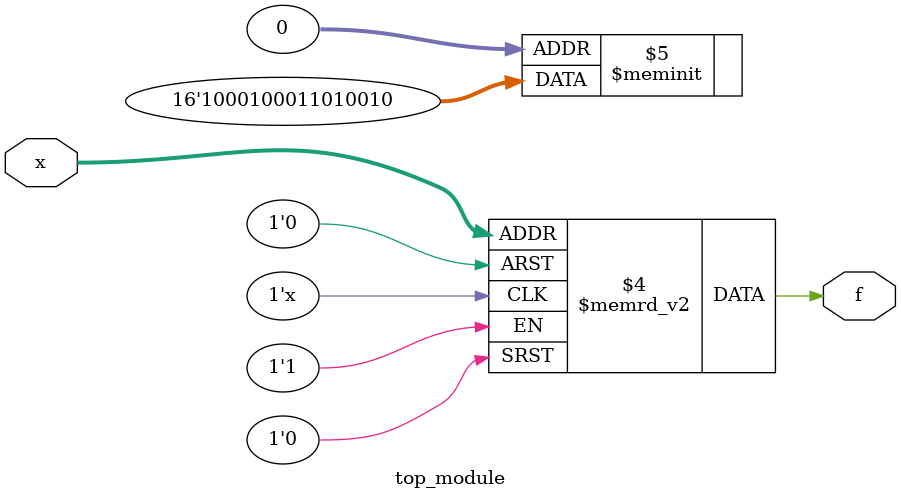
<source format=sv>
module top_module (
	input [4:1] x,
	output logic f
);

always_comb begin
	case (x)
		4'b0001: f = 1;
		4'b0010: f = 0;
		4'b0011: f = 0;
		4'b0100: f = 1;
		4'b0101: f = 0;
		4'b0110: f = 1;
		4'b0111: f = 1;
		4'b1000: f = 0;
		4'b1001: f = 0;
		4'b1010: f = 0;
		4'b1011: f = 1;
		4'b1100: f = 0;
		4'b1101: f = 0;
		4'b1110: f = 0;
		4'b1111: f = 1;
		default: f = 0;
	endcase
end

endmodule

</source>
